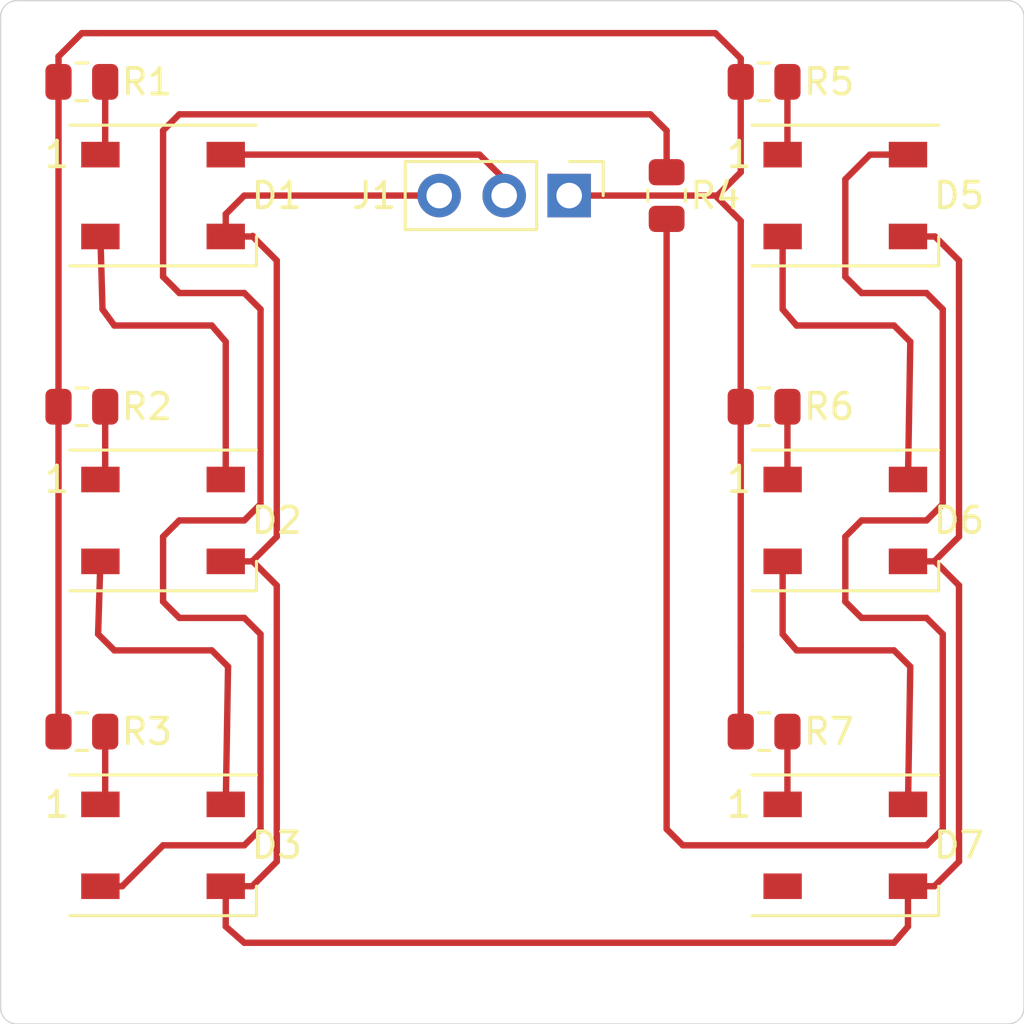
<source format=kicad_pcb>
(kicad_pcb (version 20171130) (host pcbnew 5.1.9-73d0e3b20d~88~ubuntu20.04.1)

  (general
    (thickness 1.6)
    (drawings 8)
    (tracks 123)
    (zones 0)
    (modules 14)
    (nets 16)
  )

  (page A4)
  (layers
    (0 F.Cu signal)
    (31 B.Cu signal)
    (32 B.Adhes user)
    (33 F.Adhes user)
    (34 B.Paste user)
    (35 F.Paste user)
    (36 B.SilkS user)
    (37 F.SilkS user)
    (38 B.Mask user)
    (39 F.Mask user)
    (40 Dwgs.User user)
    (41 Cmts.User user)
    (42 Eco1.User user)
    (43 Eco2.User user)
    (44 Edge.Cuts user)
    (45 Margin user)
    (46 B.CrtYd user)
    (47 F.CrtYd user)
    (48 B.Fab user)
    (49 F.Fab user)
  )

  (setup
    (last_trace_width 0.25)
    (user_trace_width 0.2)
    (trace_clearance 0.2)
    (zone_clearance 0.508)
    (zone_45_only no)
    (trace_min 0.2)
    (via_size 0.8)
    (via_drill 0.4)
    (via_min_size 0.4)
    (via_min_drill 0.3)
    (uvia_size 0.3)
    (uvia_drill 0.1)
    (uvias_allowed no)
    (uvia_min_size 0.2)
    (uvia_min_drill 0.1)
    (edge_width 0.05)
    (segment_width 0.2)
    (pcb_text_width 0.3)
    (pcb_text_size 1.5 1.5)
    (mod_edge_width 0.12)
    (mod_text_size 1 1)
    (mod_text_width 0.15)
    (pad_size 1.524 1.524)
    (pad_drill 0.762)
    (pad_to_mask_clearance 0)
    (aux_axis_origin 0 0)
    (visible_elements FFFFFF7F)
    (pcbplotparams
      (layerselection 0x010fc_ffffffff)
      (usegerberextensions false)
      (usegerberattributes true)
      (usegerberadvancedattributes true)
      (creategerberjobfile true)
      (excludeedgelayer true)
      (linewidth 0.100000)
      (plotframeref false)
      (viasonmask false)
      (mode 1)
      (useauxorigin false)
      (hpglpennumber 1)
      (hpglpenspeed 20)
      (hpglpendiameter 15.000000)
      (psnegative false)
      (psa4output false)
      (plotreference true)
      (plotvalue true)
      (plotinvisibletext false)
      (padsonsilk false)
      (subtractmaskfromsilk false)
      (outputformat 1)
      (mirror false)
      (drillshape 1)
      (scaleselection 1)
      (outputdirectory ""))
  )

  (net 0 "")
  (net 1 "Net-(D1-Pad2)")
  (net 2 GND)
  (net 3 "Net-(D2-Pad2)")
  (net 4 "Net-(D3-Pad2)")
  (net 5 "Net-(D5-Pad2)")
  (net 6 "Net-(D6-Pad2)")
  (net 7 "Net-(D1-Pad1)")
  (net 8 "Net-(D2-Pad1)")
  (net 9 "Net-(D3-Pad1)")
  (net 10 "Net-(D5-Pad1)")
  (net 11 "Net-(D6-Pad1)")
  (net 12 "Net-(D7-Pad1)")
  (net 13 VCC)
  (net 14 DATA)
  (net 15 "Net-(D5-Pad4)")

  (net_class Default "This is the default net class."
    (clearance 0.2)
    (trace_width 0.25)
    (via_dia 0.8)
    (via_drill 0.4)
    (uvia_dia 0.3)
    (uvia_drill 0.1)
    (add_net DATA)
    (add_net GND)
    (add_net "Net-(D1-Pad1)")
    (add_net "Net-(D1-Pad2)")
    (add_net "Net-(D2-Pad1)")
    (add_net "Net-(D2-Pad2)")
    (add_net "Net-(D3-Pad1)")
    (add_net "Net-(D3-Pad2)")
    (add_net "Net-(D5-Pad1)")
    (add_net "Net-(D5-Pad2)")
    (add_net "Net-(D5-Pad4)")
    (add_net "Net-(D6-Pad1)")
    (add_net "Net-(D6-Pad2)")
    (add_net "Net-(D7-Pad1)")
    (add_net VCC)
  )

  (module Resistor_SMD:R_0805_2012Metric (layer F.Cu) (tedit 5F68FEEE) (tstamp 5FFE2567)
    (at 210.185 -165.735 90)
    (descr "Resistor SMD 0805 (2012 Metric), square (rectangular) end terminal, IPC_7351 nominal, (Body size source: IPC-SM-782 page 72, https://www.pcb-3d.com/wordpress/wp-content/uploads/ipc-sm-782a_amendment_1_and_2.pdf), generated with kicad-footprint-generator")
    (tags resistor)
    (path /6003042A)
    (attr smd)
    (fp_text reference R4 (at 0 1.905 180) (layer F.SilkS)
      (effects (font (size 1 1) (thickness 0.15)))
    )
    (fp_text value 0 (at 0 1.65 90) (layer F.Fab)
      (effects (font (size 1 1) (thickness 0.15)))
    )
    (fp_text user %R (at 0 0 90) (layer F.Fab)
      (effects (font (size 0.5 0.5) (thickness 0.08)))
    )
    (fp_line (start -1 0.625) (end -1 -0.625) (layer F.Fab) (width 0.1))
    (fp_line (start -1 -0.625) (end 1 -0.625) (layer F.Fab) (width 0.1))
    (fp_line (start 1 -0.625) (end 1 0.625) (layer F.Fab) (width 0.1))
    (fp_line (start 1 0.625) (end -1 0.625) (layer F.Fab) (width 0.1))
    (fp_line (start -0.227064 -0.735) (end 0.227064 -0.735) (layer F.SilkS) (width 0.12))
    (fp_line (start -0.227064 0.735) (end 0.227064 0.735) (layer F.SilkS) (width 0.12))
    (fp_line (start -1.68 0.95) (end -1.68 -0.95) (layer F.CrtYd) (width 0.05))
    (fp_line (start -1.68 -0.95) (end 1.68 -0.95) (layer F.CrtYd) (width 0.05))
    (fp_line (start 1.68 -0.95) (end 1.68 0.95) (layer F.CrtYd) (width 0.05))
    (fp_line (start 1.68 0.95) (end -1.68 0.95) (layer F.CrtYd) (width 0.05))
    (pad 2 smd roundrect (at 0.9125 0 90) (size 1.025 1.4) (layers F.Cu F.Paste F.Mask) (roundrect_rratio 0.243902)
      (net 4 "Net-(D3-Pad2)"))
    (pad 1 smd roundrect (at -0.9125 0 90) (size 1.025 1.4) (layers F.Cu F.Paste F.Mask) (roundrect_rratio 0.243902)
      (net 15 "Net-(D5-Pad4)"))
    (model ${KISYS3DMOD}/Resistor_SMD.3dshapes/R_0805_2012Metric.wrl
      (at (xyz 0 0 0))
      (scale (xyz 1 1 1))
      (rotate (xyz 0 0 0))
    )
  )

  (module LED_SMD:LED_WS2812B_PLCC4_5.0x5.0mm_P3.2mm (layer F.Cu) (tedit 5AA4B285) (tstamp 5FFCC4A6)
    (at 217.17 -165.735)
    (descr https://cdn-shop.adafruit.com/datasheets/WS2812B.pdf)
    (tags "LED RGB NeoPixel")
    (path /5FFCE73E)
    (attr smd)
    (fp_text reference D5 (at 4.445 0) (layer F.SilkS)
      (effects (font (size 1 1) (thickness 0.15)))
    )
    (fp_text value WS2812B (at 0 4) (layer F.Fab)
      (effects (font (size 1 1) (thickness 0.15)))
    )
    (fp_line (start 3.45 -2.75) (end -3.45 -2.75) (layer F.CrtYd) (width 0.05))
    (fp_line (start 3.45 2.75) (end 3.45 -2.75) (layer F.CrtYd) (width 0.05))
    (fp_line (start -3.45 2.75) (end 3.45 2.75) (layer F.CrtYd) (width 0.05))
    (fp_line (start -3.45 -2.75) (end -3.45 2.75) (layer F.CrtYd) (width 0.05))
    (fp_line (start 2.5 1.5) (end 1.5 2.5) (layer F.Fab) (width 0.1))
    (fp_line (start -2.5 -2.5) (end -2.5 2.5) (layer F.Fab) (width 0.1))
    (fp_line (start -2.5 2.5) (end 2.5 2.5) (layer F.Fab) (width 0.1))
    (fp_line (start 2.5 2.5) (end 2.5 -2.5) (layer F.Fab) (width 0.1))
    (fp_line (start 2.5 -2.5) (end -2.5 -2.5) (layer F.Fab) (width 0.1))
    (fp_line (start -3.65 -2.75) (end 3.65 -2.75) (layer F.SilkS) (width 0.12))
    (fp_line (start -3.65 2.75) (end 3.65 2.75) (layer F.SilkS) (width 0.12))
    (fp_line (start 3.65 2.75) (end 3.65 1.6) (layer F.SilkS) (width 0.12))
    (fp_circle (center 0 0) (end 0 -2) (layer F.Fab) (width 0.1))
    (fp_text user %R (at 0 0) (layer F.Fab)
      (effects (font (size 0.8 0.8) (thickness 0.15)))
    )
    (fp_text user 1 (at -4.15 -1.6) (layer F.SilkS)
      (effects (font (size 1 1) (thickness 0.15)))
    )
    (pad 1 smd rect (at -2.45 -1.6) (size 1.5 1) (layers F.Cu F.Paste F.Mask)
      (net 10 "Net-(D5-Pad1)"))
    (pad 2 smd rect (at -2.45 1.6) (size 1.5 1) (layers F.Cu F.Paste F.Mask)
      (net 5 "Net-(D5-Pad2)"))
    (pad 4 smd rect (at 2.45 -1.6) (size 1.5 1) (layers F.Cu F.Paste F.Mask)
      (net 15 "Net-(D5-Pad4)"))
    (pad 3 smd rect (at 2.45 1.6) (size 1.5 1) (layers F.Cu F.Paste F.Mask)
      (net 2 GND))
    (model ${KISYS3DMOD}/LED_SMD.3dshapes/LED_WS2812B_PLCC4_5.0x5.0mm_P3.2mm.wrl
      (at (xyz 0 0 0))
      (scale (xyz 1 1 1))
      (rotate (xyz 0 0 0))
    )
  )

  (module Connector_PinHeader_2.54mm:PinHeader_1x03_P2.54mm_Vertical (layer F.Cu) (tedit 59FED5CC) (tstamp 5FFE0B31)
    (at 206.375 -165.735 270)
    (descr "Through hole straight pin header, 1x03, 2.54mm pitch, single row")
    (tags "Through hole pin header THT 1x03 2.54mm single row")
    (path /5FFF2156)
    (fp_text reference J1 (at 0 7.62 180) (layer F.SilkS)
      (effects (font (size 1 1) (thickness 0.15)))
    )
    (fp_text value Conn_01x03_Male (at -2.54 2.54 180) (layer F.Fab)
      (effects (font (size 1 1) (thickness 0.15)))
    )
    (fp_text user %R (at 0 2.54) (layer F.Fab)
      (effects (font (size 1 1) (thickness 0.15)))
    )
    (fp_line (start -0.635 -1.27) (end 1.27 -1.27) (layer F.Fab) (width 0.1))
    (fp_line (start 1.27 -1.27) (end 1.27 6.35) (layer F.Fab) (width 0.1))
    (fp_line (start 1.27 6.35) (end -1.27 6.35) (layer F.Fab) (width 0.1))
    (fp_line (start -1.27 6.35) (end -1.27 -0.635) (layer F.Fab) (width 0.1))
    (fp_line (start -1.27 -0.635) (end -0.635 -1.27) (layer F.Fab) (width 0.1))
    (fp_line (start -1.33 6.41) (end 1.33 6.41) (layer F.SilkS) (width 0.12))
    (fp_line (start -1.33 1.27) (end -1.33 6.41) (layer F.SilkS) (width 0.12))
    (fp_line (start 1.33 1.27) (end 1.33 6.41) (layer F.SilkS) (width 0.12))
    (fp_line (start -1.33 1.27) (end 1.33 1.27) (layer F.SilkS) (width 0.12))
    (fp_line (start -1.33 0) (end -1.33 -1.33) (layer F.SilkS) (width 0.12))
    (fp_line (start -1.33 -1.33) (end 0 -1.33) (layer F.SilkS) (width 0.12))
    (fp_line (start -1.8 -1.8) (end -1.8 6.85) (layer F.CrtYd) (width 0.05))
    (fp_line (start -1.8 6.85) (end 1.8 6.85) (layer F.CrtYd) (width 0.05))
    (fp_line (start 1.8 6.85) (end 1.8 -1.8) (layer F.CrtYd) (width 0.05))
    (fp_line (start 1.8 -1.8) (end -1.8 -1.8) (layer F.CrtYd) (width 0.05))
    (pad 3 thru_hole oval (at 0 5.08 270) (size 1.7 1.7) (drill 1) (layers *.Cu *.Mask)
      (net 2 GND))
    (pad 2 thru_hole oval (at 0 2.54 270) (size 1.7 1.7) (drill 1) (layers *.Cu *.Mask)
      (net 14 DATA))
    (pad 1 thru_hole rect (at 0 0 270) (size 1.7 1.7) (drill 1) (layers *.Cu *.Mask)
      (net 13 VCC))
    (model ${KISYS3DMOD}/Connector_PinHeader_2.54mm.3dshapes/PinHeader_1x03_P2.54mm_Vertical.wrl
      (at (xyz 0 0 0))
      (scale (xyz 1 1 1))
      (rotate (xyz 0 0 0))
    )
  )

  (module Resistor_SMD:R_0805_2012Metric (layer F.Cu) (tedit 5F68FEEE) (tstamp 5FFD2458)
    (at 213.995 -144.78)
    (descr "Resistor SMD 0805 (2012 Metric), square (rectangular) end terminal, IPC_7351 nominal, (Body size source: IPC-SM-782 page 72, https://www.pcb-3d.com/wordpress/wp-content/uploads/ipc-sm-782a_amendment_1_and_2.pdf), generated with kicad-footprint-generator")
    (tags resistor)
    (path /5FFE501F)
    (attr smd)
    (fp_text reference R7 (at 2.54 0) (layer F.SilkS)
      (effects (font (size 1 1) (thickness 0.15)))
    )
    (fp_text value 47 (at 0 1.65) (layer F.Fab)
      (effects (font (size 1 1) (thickness 0.15)))
    )
    (fp_line (start 1.68 0.95) (end -1.68 0.95) (layer F.CrtYd) (width 0.05))
    (fp_line (start 1.68 -0.95) (end 1.68 0.95) (layer F.CrtYd) (width 0.05))
    (fp_line (start -1.68 -0.95) (end 1.68 -0.95) (layer F.CrtYd) (width 0.05))
    (fp_line (start -1.68 0.95) (end -1.68 -0.95) (layer F.CrtYd) (width 0.05))
    (fp_line (start -0.227064 0.735) (end 0.227064 0.735) (layer F.SilkS) (width 0.12))
    (fp_line (start -0.227064 -0.735) (end 0.227064 -0.735) (layer F.SilkS) (width 0.12))
    (fp_line (start 1 0.625) (end -1 0.625) (layer F.Fab) (width 0.1))
    (fp_line (start 1 -0.625) (end 1 0.625) (layer F.Fab) (width 0.1))
    (fp_line (start -1 -0.625) (end 1 -0.625) (layer F.Fab) (width 0.1))
    (fp_line (start -1 0.625) (end -1 -0.625) (layer F.Fab) (width 0.1))
    (fp_text user %R (at 0 0) (layer F.Fab)
      (effects (font (size 0.5 0.5) (thickness 0.08)))
    )
    (pad 2 smd roundrect (at 0.9125 0) (size 1.025 1.4) (layers F.Cu F.Paste F.Mask) (roundrect_rratio 0.243902)
      (net 12 "Net-(D7-Pad1)"))
    (pad 1 smd roundrect (at -0.9125 0) (size 1.025 1.4) (layers F.Cu F.Paste F.Mask) (roundrect_rratio 0.243902)
      (net 13 VCC))
    (model ${KISYS3DMOD}/Resistor_SMD.3dshapes/R_0805_2012Metric.wrl
      (at (xyz 0 0 0))
      (scale (xyz 1 1 1))
      (rotate (xyz 0 0 0))
    )
  )

  (module Resistor_SMD:R_0805_2012Metric (layer F.Cu) (tedit 5F68FEEE) (tstamp 5FFD2447)
    (at 213.995 -157.48)
    (descr "Resistor SMD 0805 (2012 Metric), square (rectangular) end terminal, IPC_7351 nominal, (Body size source: IPC-SM-782 page 72, https://www.pcb-3d.com/wordpress/wp-content/uploads/ipc-sm-782a_amendment_1_and_2.pdf), generated with kicad-footprint-generator")
    (tags resistor)
    (path /5FFE449E)
    (attr smd)
    (fp_text reference R6 (at 2.54 0) (layer F.SilkS)
      (effects (font (size 1 1) (thickness 0.15)))
    )
    (fp_text value 47 (at 0 1.65) (layer F.Fab)
      (effects (font (size 1 1) (thickness 0.15)))
    )
    (fp_line (start 1.68 0.95) (end -1.68 0.95) (layer F.CrtYd) (width 0.05))
    (fp_line (start 1.68 -0.95) (end 1.68 0.95) (layer F.CrtYd) (width 0.05))
    (fp_line (start -1.68 -0.95) (end 1.68 -0.95) (layer F.CrtYd) (width 0.05))
    (fp_line (start -1.68 0.95) (end -1.68 -0.95) (layer F.CrtYd) (width 0.05))
    (fp_line (start -0.227064 0.735) (end 0.227064 0.735) (layer F.SilkS) (width 0.12))
    (fp_line (start -0.227064 -0.735) (end 0.227064 -0.735) (layer F.SilkS) (width 0.12))
    (fp_line (start 1 0.625) (end -1 0.625) (layer F.Fab) (width 0.1))
    (fp_line (start 1 -0.625) (end 1 0.625) (layer F.Fab) (width 0.1))
    (fp_line (start -1 -0.625) (end 1 -0.625) (layer F.Fab) (width 0.1))
    (fp_line (start -1 0.625) (end -1 -0.625) (layer F.Fab) (width 0.1))
    (fp_text user %R (at 0 0) (layer F.Fab)
      (effects (font (size 0.5 0.5) (thickness 0.08)))
    )
    (pad 2 smd roundrect (at 0.9125 0) (size 1.025 1.4) (layers F.Cu F.Paste F.Mask) (roundrect_rratio 0.243902)
      (net 11 "Net-(D6-Pad1)"))
    (pad 1 smd roundrect (at -0.9125 0) (size 1.025 1.4) (layers F.Cu F.Paste F.Mask) (roundrect_rratio 0.243902)
      (net 13 VCC))
    (model ${KISYS3DMOD}/Resistor_SMD.3dshapes/R_0805_2012Metric.wrl
      (at (xyz 0 0 0))
      (scale (xyz 1 1 1))
      (rotate (xyz 0 0 0))
    )
  )

  (module Resistor_SMD:R_0805_2012Metric (layer F.Cu) (tedit 5F68FEEE) (tstamp 5FFD2436)
    (at 213.995 -170.18)
    (descr "Resistor SMD 0805 (2012 Metric), square (rectangular) end terminal, IPC_7351 nominal, (Body size source: IPC-SM-782 page 72, https://www.pcb-3d.com/wordpress/wp-content/uploads/ipc-sm-782a_amendment_1_and_2.pdf), generated with kicad-footprint-generator")
    (tags resistor)
    (path /5FFE3F06)
    (attr smd)
    (fp_text reference R5 (at 2.54 0) (layer F.SilkS)
      (effects (font (size 1 1) (thickness 0.15)))
    )
    (fp_text value 47 (at 0 1.65) (layer F.Fab)
      (effects (font (size 1 1) (thickness 0.15)))
    )
    (fp_line (start 1.68 0.95) (end -1.68 0.95) (layer F.CrtYd) (width 0.05))
    (fp_line (start 1.68 -0.95) (end 1.68 0.95) (layer F.CrtYd) (width 0.05))
    (fp_line (start -1.68 -0.95) (end 1.68 -0.95) (layer F.CrtYd) (width 0.05))
    (fp_line (start -1.68 0.95) (end -1.68 -0.95) (layer F.CrtYd) (width 0.05))
    (fp_line (start -0.227064 0.735) (end 0.227064 0.735) (layer F.SilkS) (width 0.12))
    (fp_line (start -0.227064 -0.735) (end 0.227064 -0.735) (layer F.SilkS) (width 0.12))
    (fp_line (start 1 0.625) (end -1 0.625) (layer F.Fab) (width 0.1))
    (fp_line (start 1 -0.625) (end 1 0.625) (layer F.Fab) (width 0.1))
    (fp_line (start -1 -0.625) (end 1 -0.625) (layer F.Fab) (width 0.1))
    (fp_line (start -1 0.625) (end -1 -0.625) (layer F.Fab) (width 0.1))
    (fp_text user %R (at 0 0) (layer F.Fab)
      (effects (font (size 0.5 0.5) (thickness 0.08)))
    )
    (pad 2 smd roundrect (at 0.9125 0) (size 1.025 1.4) (layers F.Cu F.Paste F.Mask) (roundrect_rratio 0.243902)
      (net 10 "Net-(D5-Pad1)"))
    (pad 1 smd roundrect (at -0.9125 0) (size 1.025 1.4) (layers F.Cu F.Paste F.Mask) (roundrect_rratio 0.243902)
      (net 13 VCC))
    (model ${KISYS3DMOD}/Resistor_SMD.3dshapes/R_0805_2012Metric.wrl
      (at (xyz 0 0 0))
      (scale (xyz 1 1 1))
      (rotate (xyz 0 0 0))
    )
  )

  (module Resistor_SMD:R_0805_2012Metric (layer F.Cu) (tedit 5F68FEEE) (tstamp 5FFD2414)
    (at 187.325 -144.78)
    (descr "Resistor SMD 0805 (2012 Metric), square (rectangular) end terminal, IPC_7351 nominal, (Body size source: IPC-SM-782 page 72, https://www.pcb-3d.com/wordpress/wp-content/uploads/ipc-sm-782a_amendment_1_and_2.pdf), generated with kicad-footprint-generator")
    (tags resistor)
    (path /5FFE331C)
    (attr smd)
    (fp_text reference R3 (at 2.54 0) (layer F.SilkS)
      (effects (font (size 1 1) (thickness 0.15)))
    )
    (fp_text value 47 (at 0 1.65) (layer F.Fab)
      (effects (font (size 1 1) (thickness 0.15)))
    )
    (fp_line (start 1.68 0.95) (end -1.68 0.95) (layer F.CrtYd) (width 0.05))
    (fp_line (start 1.68 -0.95) (end 1.68 0.95) (layer F.CrtYd) (width 0.05))
    (fp_line (start -1.68 -0.95) (end 1.68 -0.95) (layer F.CrtYd) (width 0.05))
    (fp_line (start -1.68 0.95) (end -1.68 -0.95) (layer F.CrtYd) (width 0.05))
    (fp_line (start -0.227064 0.735) (end 0.227064 0.735) (layer F.SilkS) (width 0.12))
    (fp_line (start -0.227064 -0.735) (end 0.227064 -0.735) (layer F.SilkS) (width 0.12))
    (fp_line (start 1 0.625) (end -1 0.625) (layer F.Fab) (width 0.1))
    (fp_line (start 1 -0.625) (end 1 0.625) (layer F.Fab) (width 0.1))
    (fp_line (start -1 -0.625) (end 1 -0.625) (layer F.Fab) (width 0.1))
    (fp_line (start -1 0.625) (end -1 -0.625) (layer F.Fab) (width 0.1))
    (fp_text user %R (at 0 0) (layer F.Fab)
      (effects (font (size 0.5 0.5) (thickness 0.08)))
    )
    (pad 2 smd roundrect (at 0.9125 0) (size 1.025 1.4) (layers F.Cu F.Paste F.Mask) (roundrect_rratio 0.243902)
      (net 9 "Net-(D3-Pad1)"))
    (pad 1 smd roundrect (at -0.9125 0) (size 1.025 1.4) (layers F.Cu F.Paste F.Mask) (roundrect_rratio 0.243902)
      (net 13 VCC))
    (model ${KISYS3DMOD}/Resistor_SMD.3dshapes/R_0805_2012Metric.wrl
      (at (xyz 0 0 0))
      (scale (xyz 1 1 1))
      (rotate (xyz 0 0 0))
    )
  )

  (module Resistor_SMD:R_0805_2012Metric (layer F.Cu) (tedit 5F68FEEE) (tstamp 5FFD2403)
    (at 187.325 -157.48)
    (descr "Resistor SMD 0805 (2012 Metric), square (rectangular) end terminal, IPC_7351 nominal, (Body size source: IPC-SM-782 page 72, https://www.pcb-3d.com/wordpress/wp-content/uploads/ipc-sm-782a_amendment_1_and_2.pdf), generated with kicad-footprint-generator")
    (tags resistor)
    (path /5FFE2BB1)
    (attr smd)
    (fp_text reference R2 (at 2.54 0) (layer F.SilkS)
      (effects (font (size 1 1) (thickness 0.15)))
    )
    (fp_text value 47 (at 0 1.65) (layer F.Fab)
      (effects (font (size 1 1) (thickness 0.15)))
    )
    (fp_line (start 1.68 0.95) (end -1.68 0.95) (layer F.CrtYd) (width 0.05))
    (fp_line (start 1.68 -0.95) (end 1.68 0.95) (layer F.CrtYd) (width 0.05))
    (fp_line (start -1.68 -0.95) (end 1.68 -0.95) (layer F.CrtYd) (width 0.05))
    (fp_line (start -1.68 0.95) (end -1.68 -0.95) (layer F.CrtYd) (width 0.05))
    (fp_line (start -0.227064 0.735) (end 0.227064 0.735) (layer F.SilkS) (width 0.12))
    (fp_line (start -0.227064 -0.735) (end 0.227064 -0.735) (layer F.SilkS) (width 0.12))
    (fp_line (start 1 0.625) (end -1 0.625) (layer F.Fab) (width 0.1))
    (fp_line (start 1 -0.625) (end 1 0.625) (layer F.Fab) (width 0.1))
    (fp_line (start -1 -0.625) (end 1 -0.625) (layer F.Fab) (width 0.1))
    (fp_line (start -1 0.625) (end -1 -0.625) (layer F.Fab) (width 0.1))
    (fp_text user %R (at 0 0) (layer F.Fab)
      (effects (font (size 0.5 0.5) (thickness 0.08)))
    )
    (pad 2 smd roundrect (at 0.9125 0) (size 1.025 1.4) (layers F.Cu F.Paste F.Mask) (roundrect_rratio 0.243902)
      (net 8 "Net-(D2-Pad1)"))
    (pad 1 smd roundrect (at -0.9125 0) (size 1.025 1.4) (layers F.Cu F.Paste F.Mask) (roundrect_rratio 0.243902)
      (net 13 VCC))
    (model ${KISYS3DMOD}/Resistor_SMD.3dshapes/R_0805_2012Metric.wrl
      (at (xyz 0 0 0))
      (scale (xyz 1 1 1))
      (rotate (xyz 0 0 0))
    )
  )

  (module Resistor_SMD:R_0805_2012Metric (layer F.Cu) (tedit 5F68FEEE) (tstamp 5FFD288C)
    (at 187.325 -170.18)
    (descr "Resistor SMD 0805 (2012 Metric), square (rectangular) end terminal, IPC_7351 nominal, (Body size source: IPC-SM-782 page 72, https://www.pcb-3d.com/wordpress/wp-content/uploads/ipc-sm-782a_amendment_1_and_2.pdf), generated with kicad-footprint-generator")
    (tags resistor)
    (path /5FFE200D)
    (attr smd)
    (fp_text reference R1 (at 2.54 0) (layer F.SilkS)
      (effects (font (size 1 1) (thickness 0.15)))
    )
    (fp_text value 47 (at 0 1.65) (layer F.Fab)
      (effects (font (size 1 1) (thickness 0.15)))
    )
    (fp_line (start 1.68 0.95) (end -1.68 0.95) (layer F.CrtYd) (width 0.05))
    (fp_line (start 1.68 -0.95) (end 1.68 0.95) (layer F.CrtYd) (width 0.05))
    (fp_line (start -1.68 -0.95) (end 1.68 -0.95) (layer F.CrtYd) (width 0.05))
    (fp_line (start -1.68 0.95) (end -1.68 -0.95) (layer F.CrtYd) (width 0.05))
    (fp_line (start -0.227064 0.735) (end 0.227064 0.735) (layer F.SilkS) (width 0.12))
    (fp_line (start -0.227064 -0.735) (end 0.227064 -0.735) (layer F.SilkS) (width 0.12))
    (fp_line (start 1 0.625) (end -1 0.625) (layer F.Fab) (width 0.1))
    (fp_line (start 1 -0.625) (end 1 0.625) (layer F.Fab) (width 0.1))
    (fp_line (start -1 -0.625) (end 1 -0.625) (layer F.Fab) (width 0.1))
    (fp_line (start -1 0.625) (end -1 -0.625) (layer F.Fab) (width 0.1))
    (fp_text user %R (at 0 0) (layer F.Fab)
      (effects (font (size 0.5 0.5) (thickness 0.08)))
    )
    (pad 2 smd roundrect (at 0.9125 0) (size 1.025 1.4) (layers F.Cu F.Paste F.Mask) (roundrect_rratio 0.243902)
      (net 7 "Net-(D1-Pad1)"))
    (pad 1 smd roundrect (at -0.9125 0) (size 1.025 1.4) (layers F.Cu F.Paste F.Mask) (roundrect_rratio 0.243902)
      (net 13 VCC))
    (model ${KISYS3DMOD}/Resistor_SMD.3dshapes/R_0805_2012Metric.wrl
      (at (xyz 0 0 0))
      (scale (xyz 1 1 1))
      (rotate (xyz 0 0 0))
    )
  )

  (module LED_SMD:LED_WS2812B_PLCC4_5.0x5.0mm_P3.2mm (layer F.Cu) (tedit 5AA4B285) (tstamp 5FFCC4D4)
    (at 217.17 -140.335)
    (descr https://cdn-shop.adafruit.com/datasheets/WS2812B.pdf)
    (tags "LED RGB NeoPixel")
    (path /5FFCDCA6)
    (attr smd)
    (fp_text reference D7 (at 4.445 0) (layer F.SilkS)
      (effects (font (size 1 1) (thickness 0.15)))
    )
    (fp_text value WS2812B (at 0 4) (layer F.Fab)
      (effects (font (size 1 1) (thickness 0.15)))
    )
    (fp_line (start 3.45 -2.75) (end -3.45 -2.75) (layer F.CrtYd) (width 0.05))
    (fp_line (start 3.45 2.75) (end 3.45 -2.75) (layer F.CrtYd) (width 0.05))
    (fp_line (start -3.45 2.75) (end 3.45 2.75) (layer F.CrtYd) (width 0.05))
    (fp_line (start -3.45 -2.75) (end -3.45 2.75) (layer F.CrtYd) (width 0.05))
    (fp_line (start 2.5 1.5) (end 1.5 2.5) (layer F.Fab) (width 0.1))
    (fp_line (start -2.5 -2.5) (end -2.5 2.5) (layer F.Fab) (width 0.1))
    (fp_line (start -2.5 2.5) (end 2.5 2.5) (layer F.Fab) (width 0.1))
    (fp_line (start 2.5 2.5) (end 2.5 -2.5) (layer F.Fab) (width 0.1))
    (fp_line (start 2.5 -2.5) (end -2.5 -2.5) (layer F.Fab) (width 0.1))
    (fp_line (start -3.65 -2.75) (end 3.65 -2.75) (layer F.SilkS) (width 0.12))
    (fp_line (start -3.65 2.75) (end 3.65 2.75) (layer F.SilkS) (width 0.12))
    (fp_line (start 3.65 2.75) (end 3.65 1.6) (layer F.SilkS) (width 0.12))
    (fp_circle (center 0 0) (end 0 -2) (layer F.Fab) (width 0.1))
    (fp_text user %R (at 0 0) (layer F.Fab)
      (effects (font (size 0.8 0.8) (thickness 0.15)))
    )
    (fp_text user 1 (at -4.15 -1.6) (layer F.SilkS)
      (effects (font (size 1 1) (thickness 0.15)))
    )
    (pad 1 smd rect (at -2.45 -1.6) (size 1.5 1) (layers F.Cu F.Paste F.Mask)
      (net 12 "Net-(D7-Pad1)"))
    (pad 2 smd rect (at -2.45 1.6) (size 1.5 1) (layers F.Cu F.Paste F.Mask))
    (pad 4 smd rect (at 2.45 -1.6) (size 1.5 1) (layers F.Cu F.Paste F.Mask)
      (net 6 "Net-(D6-Pad2)"))
    (pad 3 smd rect (at 2.45 1.6) (size 1.5 1) (layers F.Cu F.Paste F.Mask)
      (net 2 GND))
    (model ${KISYS3DMOD}/LED_SMD.3dshapes/LED_WS2812B_PLCC4_5.0x5.0mm_P3.2mm.wrl
      (at (xyz 0 0 0))
      (scale (xyz 1 1 1))
      (rotate (xyz 0 0 0))
    )
  )

  (module LED_SMD:LED_WS2812B_PLCC4_5.0x5.0mm_P3.2mm (layer F.Cu) (tedit 5AA4B285) (tstamp 5FFCC4BD)
    (at 217.17 -153.035)
    (descr https://cdn-shop.adafruit.com/datasheets/WS2812B.pdf)
    (tags "LED RGB NeoPixel")
    (path /5FFD3021)
    (attr smd)
    (fp_text reference D6 (at 4.445 0) (layer F.SilkS)
      (effects (font (size 1 1) (thickness 0.15)))
    )
    (fp_text value WS2812B (at 0 4) (layer F.Fab)
      (effects (font (size 1 1) (thickness 0.15)))
    )
    (fp_line (start 3.45 -2.75) (end -3.45 -2.75) (layer F.CrtYd) (width 0.05))
    (fp_line (start 3.45 2.75) (end 3.45 -2.75) (layer F.CrtYd) (width 0.05))
    (fp_line (start -3.45 2.75) (end 3.45 2.75) (layer F.CrtYd) (width 0.05))
    (fp_line (start -3.45 -2.75) (end -3.45 2.75) (layer F.CrtYd) (width 0.05))
    (fp_line (start 2.5 1.5) (end 1.5 2.5) (layer F.Fab) (width 0.1))
    (fp_line (start -2.5 -2.5) (end -2.5 2.5) (layer F.Fab) (width 0.1))
    (fp_line (start -2.5 2.5) (end 2.5 2.5) (layer F.Fab) (width 0.1))
    (fp_line (start 2.5 2.5) (end 2.5 -2.5) (layer F.Fab) (width 0.1))
    (fp_line (start 2.5 -2.5) (end -2.5 -2.5) (layer F.Fab) (width 0.1))
    (fp_line (start -3.65 -2.75) (end 3.65 -2.75) (layer F.SilkS) (width 0.12))
    (fp_line (start -3.65 2.75) (end 3.65 2.75) (layer F.SilkS) (width 0.12))
    (fp_line (start 3.65 2.75) (end 3.65 1.6) (layer F.SilkS) (width 0.12))
    (fp_circle (center 0 0) (end 0 -2) (layer F.Fab) (width 0.1))
    (fp_text user %R (at 0 0) (layer F.Fab)
      (effects (font (size 0.8 0.8) (thickness 0.15)))
    )
    (fp_text user 1 (at -4.15 -1.6) (layer F.SilkS)
      (effects (font (size 1 1) (thickness 0.15)))
    )
    (pad 1 smd rect (at -2.45 -1.6) (size 1.5 1) (layers F.Cu F.Paste F.Mask)
      (net 11 "Net-(D6-Pad1)"))
    (pad 2 smd rect (at -2.45 1.6) (size 1.5 1) (layers F.Cu F.Paste F.Mask)
      (net 6 "Net-(D6-Pad2)"))
    (pad 4 smd rect (at 2.45 -1.6) (size 1.5 1) (layers F.Cu F.Paste F.Mask)
      (net 5 "Net-(D5-Pad2)"))
    (pad 3 smd rect (at 2.45 1.6) (size 1.5 1) (layers F.Cu F.Paste F.Mask)
      (net 2 GND))
    (model ${KISYS3DMOD}/LED_SMD.3dshapes/LED_WS2812B_PLCC4_5.0x5.0mm_P3.2mm.wrl
      (at (xyz 0 0 0))
      (scale (xyz 1 1 1))
      (rotate (xyz 0 0 0))
    )
  )

  (module LED_SMD:LED_WS2812B_PLCC4_5.0x5.0mm_P3.2mm (layer F.Cu) (tedit 5AA4B285) (tstamp 5FFCC478)
    (at 190.5 -140.335)
    (descr https://cdn-shop.adafruit.com/datasheets/WS2812B.pdf)
    (tags "LED RGB NeoPixel")
    (path /5FFCD698)
    (attr smd)
    (fp_text reference D3 (at 4.445 0) (layer F.SilkS)
      (effects (font (size 1 1) (thickness 0.15)))
    )
    (fp_text value WS2812B (at 0 4) (layer F.Fab)
      (effects (font (size 1 1) (thickness 0.15)))
    )
    (fp_line (start 3.45 -2.75) (end -3.45 -2.75) (layer F.CrtYd) (width 0.05))
    (fp_line (start 3.45 2.75) (end 3.45 -2.75) (layer F.CrtYd) (width 0.05))
    (fp_line (start -3.45 2.75) (end 3.45 2.75) (layer F.CrtYd) (width 0.05))
    (fp_line (start -3.45 -2.75) (end -3.45 2.75) (layer F.CrtYd) (width 0.05))
    (fp_line (start 2.5 1.5) (end 1.5 2.5) (layer F.Fab) (width 0.1))
    (fp_line (start -2.5 -2.5) (end -2.5 2.5) (layer F.Fab) (width 0.1))
    (fp_line (start -2.5 2.5) (end 2.5 2.5) (layer F.Fab) (width 0.1))
    (fp_line (start 2.5 2.5) (end 2.5 -2.5) (layer F.Fab) (width 0.1))
    (fp_line (start 2.5 -2.5) (end -2.5 -2.5) (layer F.Fab) (width 0.1))
    (fp_line (start -3.65 -2.75) (end 3.65 -2.75) (layer F.SilkS) (width 0.12))
    (fp_line (start -3.65 2.75) (end 3.65 2.75) (layer F.SilkS) (width 0.12))
    (fp_line (start 3.65 2.75) (end 3.65 1.6) (layer F.SilkS) (width 0.12))
    (fp_circle (center 0 0) (end 0 -2) (layer F.Fab) (width 0.1))
    (fp_text user %R (at 0 0) (layer F.Fab)
      (effects (font (size 0.8 0.8) (thickness 0.15)))
    )
    (fp_text user 1 (at -4.15 -1.6) (layer F.SilkS)
      (effects (font (size 1 1) (thickness 0.15)))
    )
    (pad 1 smd rect (at -2.45 -1.6) (size 1.5 1) (layers F.Cu F.Paste F.Mask)
      (net 9 "Net-(D3-Pad1)"))
    (pad 2 smd rect (at -2.45 1.6) (size 1.5 1) (layers F.Cu F.Paste F.Mask)
      (net 4 "Net-(D3-Pad2)"))
    (pad 4 smd rect (at 2.45 -1.6) (size 1.5 1) (layers F.Cu F.Paste F.Mask)
      (net 3 "Net-(D2-Pad2)"))
    (pad 3 smd rect (at 2.45 1.6) (size 1.5 1) (layers F.Cu F.Paste F.Mask)
      (net 2 GND))
    (model ${KISYS3DMOD}/LED_SMD.3dshapes/LED_WS2812B_PLCC4_5.0x5.0mm_P3.2mm.wrl
      (at (xyz 0 0 0))
      (scale (xyz 1 1 1))
      (rotate (xyz 0 0 0))
    )
  )

  (module LED_SMD:LED_WS2812B_PLCC4_5.0x5.0mm_P3.2mm (layer F.Cu) (tedit 5AA4B285) (tstamp 5FFD2615)
    (at 190.5 -153.035)
    (descr https://cdn-shop.adafruit.com/datasheets/WS2812B.pdf)
    (tags "LED RGB NeoPixel")
    (path /5FFCC435)
    (attr smd)
    (fp_text reference D2 (at 4.445 0) (layer F.SilkS)
      (effects (font (size 1 1) (thickness 0.15)))
    )
    (fp_text value WS2812B (at 0 4) (layer F.Fab)
      (effects (font (size 1 1) (thickness 0.15)))
    )
    (fp_line (start 3.45 -2.75) (end -3.45 -2.75) (layer F.CrtYd) (width 0.05))
    (fp_line (start 3.45 2.75) (end 3.45 -2.75) (layer F.CrtYd) (width 0.05))
    (fp_line (start -3.45 2.75) (end 3.45 2.75) (layer F.CrtYd) (width 0.05))
    (fp_line (start -3.45 -2.75) (end -3.45 2.75) (layer F.CrtYd) (width 0.05))
    (fp_line (start 2.5 1.5) (end 1.5 2.5) (layer F.Fab) (width 0.1))
    (fp_line (start -2.5 -2.5) (end -2.5 2.5) (layer F.Fab) (width 0.1))
    (fp_line (start -2.5 2.5) (end 2.5 2.5) (layer F.Fab) (width 0.1))
    (fp_line (start 2.5 2.5) (end 2.5 -2.5) (layer F.Fab) (width 0.1))
    (fp_line (start 2.5 -2.5) (end -2.5 -2.5) (layer F.Fab) (width 0.1))
    (fp_line (start -3.65 -2.75) (end 3.65 -2.75) (layer F.SilkS) (width 0.12))
    (fp_line (start -3.65 2.75) (end 3.65 2.75) (layer F.SilkS) (width 0.12))
    (fp_line (start 3.65 2.75) (end 3.65 1.6) (layer F.SilkS) (width 0.12))
    (fp_circle (center 0 0) (end 0 -2) (layer F.Fab) (width 0.1))
    (fp_text user %R (at 0 0) (layer F.Fab)
      (effects (font (size 0.8 0.8) (thickness 0.15)))
    )
    (fp_text user 1 (at -4.15 -1.6) (layer F.SilkS)
      (effects (font (size 1 1) (thickness 0.15)))
    )
    (pad 1 smd rect (at -2.45 -1.6) (size 1.5 1) (layers F.Cu F.Paste F.Mask)
      (net 8 "Net-(D2-Pad1)"))
    (pad 2 smd rect (at -2.45 1.6) (size 1.5 1) (layers F.Cu F.Paste F.Mask)
      (net 3 "Net-(D2-Pad2)"))
    (pad 4 smd rect (at 2.45 -1.6) (size 1.5 1) (layers F.Cu F.Paste F.Mask)
      (net 1 "Net-(D1-Pad2)"))
    (pad 3 smd rect (at 2.45 1.6) (size 1.5 1) (layers F.Cu F.Paste F.Mask)
      (net 2 GND))
    (model ${KISYS3DMOD}/LED_SMD.3dshapes/LED_WS2812B_PLCC4_5.0x5.0mm_P3.2mm.wrl
      (at (xyz 0 0 0))
      (scale (xyz 1 1 1))
      (rotate (xyz 0 0 0))
    )
  )

  (module LED_SMD:LED_WS2812B_PLCC4_5.0x5.0mm_P3.2mm (layer F.Cu) (tedit 5AA4B285) (tstamp 5FFCC44A)
    (at 190.5 -165.735)
    (descr https://cdn-shop.adafruit.com/datasheets/WS2812B.pdf)
    (tags "LED RGB NeoPixel")
    (path /5FFCBFAD)
    (attr smd)
    (fp_text reference D1 (at 4.445 0) (layer F.SilkS)
      (effects (font (size 1 1) (thickness 0.15)))
    )
    (fp_text value WS2812B (at 0 4) (layer F.Fab)
      (effects (font (size 1 1) (thickness 0.15)))
    )
    (fp_line (start 3.45 -2.75) (end -3.45 -2.75) (layer F.CrtYd) (width 0.05))
    (fp_line (start 3.45 2.75) (end 3.45 -2.75) (layer F.CrtYd) (width 0.05))
    (fp_line (start -3.45 2.75) (end 3.45 2.75) (layer F.CrtYd) (width 0.05))
    (fp_line (start -3.45 -2.75) (end -3.45 2.75) (layer F.CrtYd) (width 0.05))
    (fp_line (start 2.5 1.5) (end 1.5 2.5) (layer F.Fab) (width 0.1))
    (fp_line (start -2.5 -2.5) (end -2.5 2.5) (layer F.Fab) (width 0.1))
    (fp_line (start -2.5 2.5) (end 2.5 2.5) (layer F.Fab) (width 0.1))
    (fp_line (start 2.5 2.5) (end 2.5 -2.5) (layer F.Fab) (width 0.1))
    (fp_line (start 2.5 -2.5) (end -2.5 -2.5) (layer F.Fab) (width 0.1))
    (fp_line (start -3.65 -2.75) (end 3.65 -2.75) (layer F.SilkS) (width 0.12))
    (fp_line (start -3.65 2.75) (end 3.65 2.75) (layer F.SilkS) (width 0.12))
    (fp_line (start 3.65 2.75) (end 3.65 1.6) (layer F.SilkS) (width 0.12))
    (fp_circle (center 0 0) (end 0 -2) (layer F.Fab) (width 0.1))
    (fp_text user %R (at 0 0) (layer F.Fab)
      (effects (font (size 0.8 0.8) (thickness 0.15)))
    )
    (fp_text user 1 (at -4.15 -1.6) (layer F.SilkS)
      (effects (font (size 1 1) (thickness 0.15)))
    )
    (pad 1 smd rect (at -2.45 -1.6) (size 1.5 1) (layers F.Cu F.Paste F.Mask)
      (net 7 "Net-(D1-Pad1)"))
    (pad 2 smd rect (at -2.45 1.6) (size 1.5 1) (layers F.Cu F.Paste F.Mask)
      (net 1 "Net-(D1-Pad2)"))
    (pad 4 smd rect (at 2.45 -1.6) (size 1.5 1) (layers F.Cu F.Paste F.Mask)
      (net 14 DATA))
    (pad 3 smd rect (at 2.45 1.6) (size 1.5 1) (layers F.Cu F.Paste F.Mask)
      (net 2 GND))
    (model ${KISYS3DMOD}/LED_SMD.3dshapes/LED_WS2812B_PLCC4_5.0x5.0mm_P3.2mm.wrl
      (at (xyz 0 0 0))
      (scale (xyz 1 1 1))
      (rotate (xyz 0 0 0))
    )
  )

  (gr_line (start 184.15 -172.72) (end 184.15 -133.985) (layer Edge.Cuts) (width 0.05) (tstamp 5FFE2C95))
  (gr_line (start 223.52 -173.355) (end 184.785 -173.355) (layer Edge.Cuts) (width 0.05) (tstamp 5FFE2C94))
  (gr_line (start 224.155 -133.985) (end 224.155 -172.72) (layer Edge.Cuts) (width 0.05) (tstamp 5FFE2C93))
  (gr_line (start 184.785 -133.35) (end 223.52 -133.35) (layer Edge.Cuts) (width 0.05) (tstamp 5FFE2C92))
  (gr_arc (start 223.52 -172.72) (end 224.155 -172.72) (angle -90) (layer Edge.Cuts) (width 0.05))
  (gr_arc (start 223.52 -133.985) (end 223.52 -133.35) (angle -90) (layer Edge.Cuts) (width 0.05))
  (gr_arc (start 184.785 -133.985) (end 184.15 -133.985) (angle -90) (layer Edge.Cuts) (width 0.05))
  (gr_arc (start 184.785 -172.72) (end 184.785 -173.355) (angle -90) (layer Edge.Cuts) (width 0.05))

  (segment (start 192.95 -160.02) (end 192.95 -154.635) (width 0.25) (layer F.Cu) (net 1))
  (segment (start 192.405 -160.655) (end 192.95 -160.02) (width 0.25) (layer F.Cu) (net 1))
  (segment (start 188.595 -160.655) (end 192.405 -160.655) (width 0.25) (layer F.Cu) (net 1))
  (segment (start 188.132796 -161.29) (end 188.595 -160.655) (width 0.25) (layer F.Cu) (net 1))
  (segment (start 188.05 -164.135) (end 188.132796 -161.29) (width 0.25) (layer F.Cu) (net 1))
  (segment (start 219.62 -151.435) (end 220.65 -151.435) (width 0.25) (layer F.Cu) (net 2))
  (segment (start 192.95 -151.435) (end 193.98 -151.435) (width 0.25) (layer F.Cu) (net 2))
  (segment (start 219.62 -164.135) (end 220.675 -164.135) (width 0.25) (layer F.Cu) (net 2))
  (segment (start 220.675 -164.135) (end 221.615 -163.195) (width 0.25) (layer F.Cu) (net 2))
  (segment (start 221.615 -163.195) (end 221.615 -152.4) (width 0.25) (layer F.Cu) (net 2))
  (segment (start 220.65 -151.435) (end 221.615 -152.4) (width 0.25) (layer F.Cu) (net 2))
  (segment (start 219.62 -138.735) (end 220.65 -138.735) (width 0.25) (layer F.Cu) (net 2))
  (segment (start 220.65 -138.735) (end 221.615 -139.7) (width 0.25) (layer F.Cu) (net 2))
  (segment (start 221.615 -139.7) (end 221.615 -150.495) (width 0.25) (layer F.Cu) (net 2))
  (segment (start 220.675 -151.435) (end 221.615 -150.495) (width 0.25) (layer F.Cu) (net 2))
  (segment (start 220.65 -151.435) (end 220.675 -151.435) (width 0.25) (layer F.Cu) (net 2))
  (segment (start 193.98 -151.435) (end 194.005 -151.435) (width 0.25) (layer F.Cu) (net 2))
  (segment (start 194.005 -151.435) (end 194.945 -150.495) (width 0.25) (layer F.Cu) (net 2))
  (segment (start 194.945 -139.7) (end 193.98 -138.735) (width 0.25) (layer F.Cu) (net 2))
  (segment (start 194.945 -150.495) (end 194.945 -139.7) (width 0.25) (layer F.Cu) (net 2))
  (segment (start 193.98 -138.735) (end 192.95 -138.735) (width 0.25) (layer F.Cu) (net 2))
  (segment (start 194.945 -163.195) (end 194.005 -164.135) (width 0.25) (layer F.Cu) (net 2))
  (segment (start 194.005 -164.135) (end 192.95 -164.135) (width 0.25) (layer F.Cu) (net 2))
  (segment (start 194.005 -164.135) (end 194.005 -164.16) (width 0.25) (layer F.Cu) (net 2))
  (segment (start 192.95 -137.16) (end 192.95 -138.735) (width 0.25) (layer F.Cu) (net 2))
  (segment (start 193.675 -136.525) (end 192.95 -137.16) (width 0.25) (layer F.Cu) (net 2))
  (segment (start 219.075 -136.525) (end 193.675 -136.525) (width 0.25) (layer F.Cu) (net 2))
  (segment (start 219.62 -137.16) (end 219.075 -136.525) (width 0.25) (layer F.Cu) (net 2))
  (segment (start 219.62 -138.735) (end 219.62 -137.16) (width 0.25) (layer F.Cu) (net 2))
  (segment (start 194.005 -151.435) (end 194.005 -151.46) (width 0.25) (layer F.Cu) (net 2))
  (segment (start 194.945 -152.4) (end 194.945 -163.195) (width 0.25) (layer F.Cu) (net 2))
  (segment (start 194.005 -151.46) (end 194.945 -152.4) (width 0.25) (layer F.Cu) (net 2))
  (segment (start 192.95 -164.135) (end 192.95 -165.01) (width 0.25) (layer F.Cu) (net 2))
  (segment (start 192.95 -165.01) (end 193.675 -165.735) (width 0.25) (layer F.Cu) (net 2))
  (segment (start 200.66 -165.735) (end 201.295 -165.1) (width 0.25) (layer F.Cu) (net 2))
  (segment (start 193.675 -165.735) (end 201.295 -165.735) (width 0.25) (layer F.Cu) (net 2))
  (segment (start 193.04 -147.32) (end 192.95 -141.935) (width 0.25) (layer F.Cu) (net 3))
  (segment (start 192.405 -147.955) (end 193.04 -147.32) (width 0.25) (layer F.Cu) (net 3))
  (segment (start 188.595 -147.955) (end 192.405 -147.955) (width 0.25) (layer F.Cu) (net 3))
  (segment (start 187.96 -148.59) (end 188.595 -147.955) (width 0.25) (layer F.Cu) (net 3))
  (segment (start 188.05 -151.435) (end 187.96 -148.59) (width 0.25) (layer F.Cu) (net 3))
  (segment (start 210.185 -168.275) (end 210.185 -166.6475) (width 0.25) (layer F.Cu) (net 4))
  (segment (start 209.55 -168.91) (end 210.185 -168.275) (width 0.25) (layer F.Cu) (net 4))
  (segment (start 191.135 -168.91) (end 209.55 -168.91) (width 0.25) (layer F.Cu) (net 4))
  (segment (start 190.5 -168.275) (end 191.135 -168.91) (width 0.25) (layer F.Cu) (net 4))
  (segment (start 190.5 -162.56) (end 190.5 -168.275) (width 0.25) (layer F.Cu) (net 4))
  (segment (start 188.05 -138.735) (end 188.9 -138.735) (width 0.25) (layer F.Cu) (net 4))
  (segment (start 188.9 -138.735) (end 190.5 -140.335) (width 0.25) (layer F.Cu) (net 4))
  (segment (start 190.5 -140.335) (end 193.675 -140.335) (width 0.25) (layer F.Cu) (net 4))
  (segment (start 193.675 -140.335) (end 194.31 -140.97) (width 0.25) (layer F.Cu) (net 4))
  (segment (start 194.31 -148.59) (end 193.675 -149.225) (width 0.25) (layer F.Cu) (net 4))
  (segment (start 194.31 -140.97) (end 194.31 -148.59) (width 0.25) (layer F.Cu) (net 4))
  (segment (start 191.135 -161.925) (end 190.5 -162.56) (width 0.25) (layer F.Cu) (net 4))
  (segment (start 193.675 -161.925) (end 191.135 -161.925) (width 0.25) (layer F.Cu) (net 4))
  (segment (start 191.135 -149.225) (end 190.5 -149.86) (width 0.25) (layer F.Cu) (net 4))
  (segment (start 190.5 -149.86) (end 190.5 -152.4) (width 0.25) (layer F.Cu) (net 4))
  (segment (start 190.5 -152.4) (end 191.135 -153.035) (width 0.25) (layer F.Cu) (net 4))
  (segment (start 191.135 -153.035) (end 193.675 -153.035) (width 0.25) (layer F.Cu) (net 4))
  (segment (start 193.675 -153.035) (end 194.31 -153.67) (width 0.25) (layer F.Cu) (net 4))
  (segment (start 194.31 -161.29) (end 193.675 -161.925) (width 0.25) (layer F.Cu) (net 4))
  (segment (start 193.675 -149.225) (end 191.135 -149.225) (width 0.25) (layer F.Cu) (net 4))
  (segment (start 194.31 -153.67) (end 194.31 -161.29) (width 0.25) (layer F.Cu) (net 4))
  (segment (start 219.71 -160.02) (end 219.62 -154.635) (width 0.25) (layer F.Cu) (net 5))
  (segment (start 219.075 -160.655) (end 219.71 -160.02) (width 0.25) (layer F.Cu) (net 5))
  (segment (start 215.265 -160.655) (end 219.075 -160.655) (width 0.25) (layer F.Cu) (net 5))
  (segment (start 214.72 -161.29) (end 215.265 -160.655) (width 0.25) (layer F.Cu) (net 5))
  (segment (start 214.72 -164.135) (end 214.72 -161.29) (width 0.25) (layer F.Cu) (net 5))
  (segment (start 219.71 -147.32) (end 219.62 -141.935) (width 0.25) (layer F.Cu) (net 6))
  (segment (start 219.075 -147.955) (end 219.71 -147.32) (width 0.25) (layer F.Cu) (net 6))
  (segment (start 215.265 -147.955) (end 219.075 -147.955) (width 0.25) (layer F.Cu) (net 6))
  (segment (start 214.72 -148.59) (end 215.265 -147.955) (width 0.25) (layer F.Cu) (net 6))
  (segment (start 214.72 -151.435) (end 214.72 -148.59) (width 0.25) (layer F.Cu) (net 6))
  (segment (start 188.2375 -167.5225) (end 188.05 -167.335) (width 0.25) (layer F.Cu) (net 7))
  (segment (start 188.2375 -170.18) (end 188.2375 -167.5225) (width 0.25) (layer F.Cu) (net 7))
  (segment (start 188.2375 -154.8225) (end 188.05 -154.635) (width 0.25) (layer F.Cu) (net 8))
  (segment (start 188.2375 -157.48) (end 188.2375 -154.8225) (width 0.25) (layer F.Cu) (net 8))
  (segment (start 188.2375 -142.1225) (end 188.05 -141.935) (width 0.25) (layer F.Cu) (net 9))
  (segment (start 188.2375 -144.78) (end 188.2375 -142.1225) (width 0.25) (layer F.Cu) (net 9))
  (segment (start 214.9075 -167.5225) (end 214.72 -167.335) (width 0.25) (layer F.Cu) (net 10))
  (segment (start 214.9075 -170.18) (end 214.9075 -167.5225) (width 0.25) (layer F.Cu) (net 10))
  (segment (start 214.9075 -154.8225) (end 214.72 -154.635) (width 0.25) (layer F.Cu) (net 11))
  (segment (start 214.9075 -157.48) (end 214.9075 -154.8225) (width 0.25) (layer F.Cu) (net 11))
  (segment (start 214.9075 -142.1225) (end 214.72 -141.935) (width 0.25) (layer F.Cu) (net 12))
  (segment (start 214.9075 -144.78) (end 214.9075 -142.1225) (width 0.25) (layer F.Cu) (net 12))
  (segment (start 186.4125 -170.18) (end 186.4125 -157.48) (width 0.25) (layer F.Cu) (net 13))
  (segment (start 186.4125 -157.48) (end 186.4125 -144.78) (width 0.25) (layer F.Cu) (net 13))
  (segment (start 213.0825 -148.13069) (end 213.0825 -144.78) (width 0.25) (layer F.Cu) (net 13))
  (segment (start 213.0825 -157.48) (end 213.0825 -148.13069) (width 0.25) (layer F.Cu) (net 13))
  (segment (start 213.0825 -170.18) (end 213.0825 -171.0925) (width 0.25) (layer F.Cu) (net 13))
  (segment (start 213.0825 -171.0925) (end 212.09 -172.085) (width 0.25) (layer F.Cu) (net 13))
  (segment (start 212.09 -172.085) (end 187.96 -172.085) (width 0.25) (layer F.Cu) (net 13))
  (segment (start 186.4125 -170.18) (end 186.4125 -171.1725) (width 0.25) (layer F.Cu) (net 13))
  (segment (start 186.4125 -171.1725) (end 187.325 -172.085) (width 0.25) (layer F.Cu) (net 13))
  (segment (start 187.325 -172.085) (end 187.96 -172.085) (width 0.25) (layer F.Cu) (net 13))
  (segment (start 212.17 -165.735) (end 213.0825 -166.6475) (width 0.25) (layer F.Cu) (net 13))
  (segment (start 206.375 -165.735) (end 212.17 -165.735) (width 0.25) (layer F.Cu) (net 13))
  (segment (start 213.0825 -170.18) (end 213.0825 -166.6475) (width 0.25) (layer F.Cu) (net 13))
  (segment (start 212.17 -165.655) (end 213.0825 -164.7425) (width 0.25) (layer F.Cu) (net 13))
  (segment (start 212.17 -165.735) (end 212.17 -165.655) (width 0.25) (layer F.Cu) (net 13))
  (segment (start 213.0825 -164.7425) (end 213.0825 -157.48) (width 0.25) (layer F.Cu) (net 13))
  (segment (start 192.95 -167.335) (end 202.87 -167.335) (width 0.25) (layer F.Cu) (net 14))
  (segment (start 202.87 -167.335) (end 203.835 -166.37) (width 0.25) (layer F.Cu) (net 14))
  (segment (start 203.835 -165.735) (end 203.835 -166.37) (width 0.25) (layer F.Cu) (net 14))
  (segment (start 218.135 -167.335) (end 218.77 -167.335) (width 0.25) (layer F.Cu) (net 15))
  (segment (start 217.17 -166.37) (end 218.135 -167.335) (width 0.25) (layer F.Cu) (net 15))
  (segment (start 218.77 -167.335) (end 219.62 -167.335) (width 0.25) (layer F.Cu) (net 15))
  (segment (start 217.17 -162.56) (end 217.17 -166.37) (width 0.25) (layer F.Cu) (net 15))
  (segment (start 217.17 -149.86) (end 217.17 -152.4) (width 0.25) (layer F.Cu) (net 15))
  (segment (start 210.185 -140.97) (end 210.82 -140.335) (width 0.25) (layer F.Cu) (net 15))
  (segment (start 220.98 -153.67) (end 220.98 -161.29) (width 0.25) (layer F.Cu) (net 15))
  (segment (start 217.805 -161.925) (end 217.17 -162.56) (width 0.25) (layer F.Cu) (net 15))
  (segment (start 210.82 -140.335) (end 220.345 -140.335) (width 0.25) (layer F.Cu) (net 15))
  (segment (start 220.345 -140.335) (end 220.98 -140.97) (width 0.25) (layer F.Cu) (net 15))
  (segment (start 217.805 -153.035) (end 220.345 -153.035) (width 0.25) (layer F.Cu) (net 15))
  (segment (start 220.345 -161.925) (end 217.805 -161.925) (width 0.25) (layer F.Cu) (net 15))
  (segment (start 220.345 -149.225) (end 217.805 -149.225) (width 0.25) (layer F.Cu) (net 15))
  (segment (start 217.805 -149.225) (end 217.17 -149.86) (width 0.25) (layer F.Cu) (net 15))
  (segment (start 210.185 -164.8225) (end 210.185 -140.97) (width 0.25) (layer F.Cu) (net 15))
  (segment (start 220.98 -140.97) (end 220.98 -148.59) (width 0.25) (layer F.Cu) (net 15))
  (segment (start 217.17 -152.4) (end 217.805 -153.035) (width 0.25) (layer F.Cu) (net 15))
  (segment (start 220.98 -161.29) (end 220.345 -161.925) (width 0.25) (layer F.Cu) (net 15))
  (segment (start 220.98 -148.59) (end 220.345 -149.225) (width 0.25) (layer F.Cu) (net 15))
  (segment (start 220.345 -153.035) (end 220.98 -153.67) (width 0.25) (layer F.Cu) (net 15))

)

</source>
